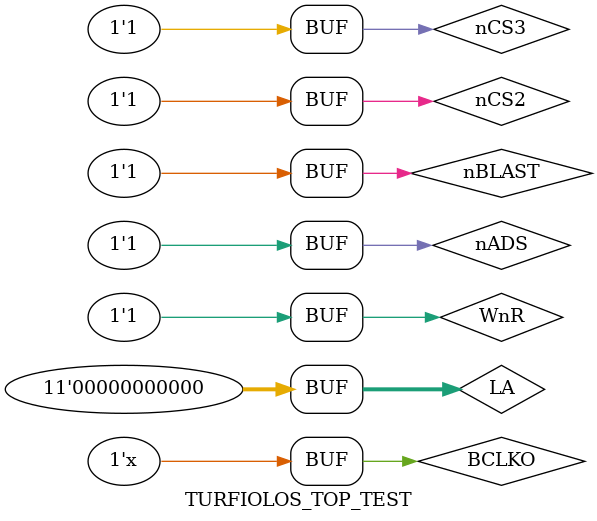
<source format=v>
`timescale 1ns / 1ps


module TURFIOLOS_TOP_TEST;

	// Inputs
	reg nADS;
	reg WnR;
	reg nBLAST;
	reg nCS2;
	reg nCS3;
	reg [12:2] LA;
	reg BCLKO;

	// Outputs
	wire nREADY;
	wire nBTERM;
	wire SDAT;
	wire SCLK;
	wire BIPHASE;

	// Bidirs
	wire [31:0] LD;
	wire [7:0] TURF_DIO;
	wire nCSTURF;
	wire TURF_WnR;
	wire TURFCLK_P;
	wire TURFCLK_N;

	// Instantiate the Unit Under Test (UUT)
	TURFIOLOS_TOP uut (
		.nADS(nADS), 
		.WnR(WnR), 
		.nBLAST(nBLAST), 
		.nCS2(nCS2), 
		.nCS3(nCS3), 
		.LA(LA), 
		.LD(LD), 
		.nREADY(nREADY), 
		.nBTERM(nBTERM), 
		.BCLKO(BCLKO), 
		.SDAT(SDAT), 
		.SCLK(SCLK), 
		.BIPHASE(BIPHASE),
		.TURF_DIO(TURF_DIO),
		.nCSTURF(nCSTURF),
		.TURF_WnR(TURF_WnR),
		.TURFCLK_P(TURFCLK_P),
		.TURFCLK_N(TURFCLK_N)
	);

	always begin
		#15 BCLKO <= ~BCLKO;
	end

	initial begin
		// Initialize Inputs
		nADS = 1;
		WnR = 1;
		nBLAST = 1;
		nCS2 = 1;
		nCS3 = 1;
		LA = 0;
		BCLKO = 0;

		// Wait 100 ns for global reset to finish
		#100;
        
		// Add stimulus here

	end
      
endmodule


</source>
